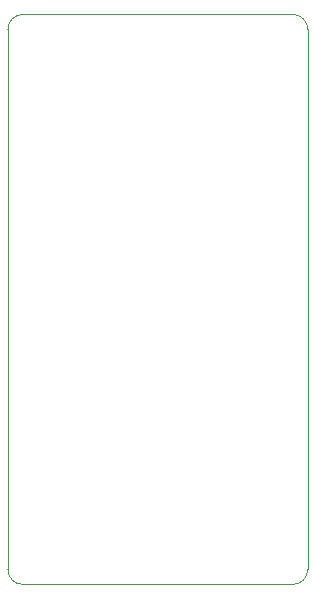
<source format=gbr>
%TF.GenerationSoftware,KiCad,Pcbnew,(5.1.8-0-10_14)*%
%TF.CreationDate,2021-07-01T23:52:50-05:00*%
%TF.ProjectId,crump-s2,6372756d-702d-4733-922e-6b696361645f,rev?*%
%TF.SameCoordinates,Original*%
%TF.FileFunction,Profile,NP*%
%FSLAX46Y46*%
G04 Gerber Fmt 4.6, Leading zero omitted, Abs format (unit mm)*
G04 Created by KiCad (PCBNEW (5.1.8-0-10_14)) date 2021-07-01 23:52:50*
%MOMM*%
%LPD*%
G01*
G04 APERTURE LIST*
%TA.AperFunction,Profile*%
%ADD10C,0.050000*%
%TD*%
G04 APERTURE END LIST*
D10*
X28575000Y-67310000D02*
G75*
G02*
X27305000Y-66040000I0J1270000D01*
G01*
X52705000Y-66040000D02*
G75*
G02*
X51435000Y-67310000I-1270000J0D01*
G01*
X51435000Y-19050000D02*
G75*
G02*
X52705000Y-20320000I0J-1270000D01*
G01*
X27305000Y-20320000D02*
G75*
G02*
X28575000Y-19050000I1270000J0D01*
G01*
X27305000Y-20320000D02*
X27305000Y-66040000D01*
X51435000Y-19050000D02*
X28575000Y-19050000D01*
X52705000Y-66040000D02*
X52705000Y-20320000D01*
X28575000Y-67310000D02*
X51435000Y-67310000D01*
M02*

</source>
